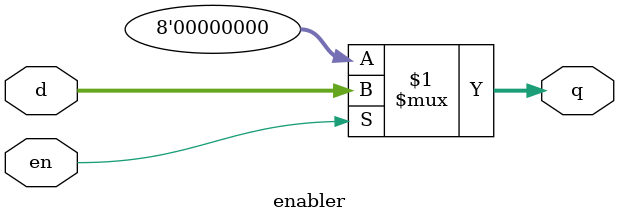
<source format=v>
/*
	enabler module: passes input to output when enable is high
*/

`default_nettype none
`ifndef __ENABLE__
`define __ENABLE__

module enabler (
    input  wire [7:0] d,    // input byte
    input  wire       en,   // enable
    output wire [7:0] q     // output byte
);

    assign q = en ? d : 8'b0;

endmodule

`endif
`default_nettype wire
</source>
